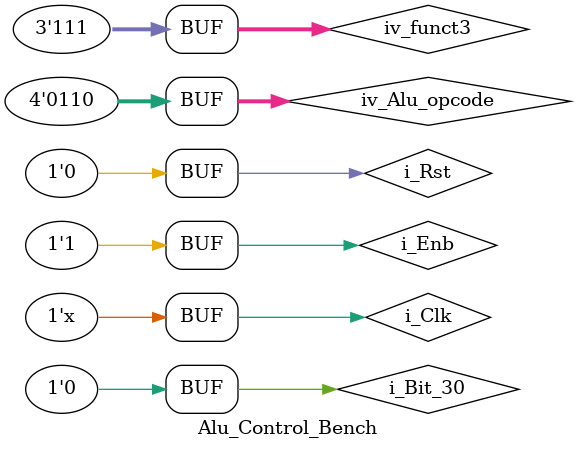
<source format=v>
module Alu_Control_Bench();

	reg i_Clk;
	reg i_Rst;
	reg i_Enb;
	reg[3:0] iv_Alu_opcode;  // Bits 6;5;4 y 2 del Opcode
	reg i_Bit_30;				//Bit 30 de la instruccion
	reg [2:0] iv_funct3;  //Bits 14:12 de las instrucciones
	wire [4:0] ov_AluOp;


Alu_Control Alu_Control(
	.i_Clk(i_Clk),
	.i_Rst(i_Rst),
	.i_Enb(i_Enb),
	.iv_Alu_opcode(iv_Alu_opcode),  // Bits 6(),5(),4 y 2 del Opcode
	.i_Bit_30(i_Bit_30),				//Bit 30 de la instruccion
	.iv_funct3(iv_funct3),  //Bits 14:12 de las instrucciones
	.ov_AluOp (ov_AluOp)

);

initial
begin
	i_Clk = 0;
	i_Rst = 1;
	i_Enb = 1;
	iv_Alu_opcode = 0;
	i_Bit_30 = 0;
	iv_funct3 = 0;
	#100;
	i_Rst = 0;
// --------------------- Tipo I ---------------------------------------
	iv_Alu_opcode = 4'b0000; i_Bit_30 = 1'bx; iv_funct3 = 3'b000;
	#50;
	iv_Alu_opcode = 4'b0000; i_Bit_30 = 1'bx; iv_funct3 = 3'b001;
	#50;
	iv_Alu_opcode = 4'b0000; i_Bit_30 = 1'bx; iv_funct3 = 3'b010;
	#50;
	iv_Alu_opcode = 4'b0000; i_Bit_30 = 1'bx; iv_funct3 = 3'b100;
	#50;
	iv_Alu_opcode = 4'b0000; i_Bit_30 = 1'bx; iv_funct3 = 3'b101;
	#50;
// --------------------- Tipo I ---------------------------------------

// --------------------- Tipo S ---------------------------------------
	iv_Alu_opcode = 4'b0100; i_Bit_30 = 1'bx; iv_funct3 = 3'b000;
	#50;
	iv_Alu_opcode = 4'b0100; i_Bit_30 = 1'bx; iv_funct3 = 3'b001;
	#50;
	iv_Alu_opcode = 4'b0100; i_Bit_30 = 1'bx; iv_funct3 = 3'b010;
	#50;
// --------------------- Tipo S ---------------------------------------

// --------------------- Tipo I ---------------------------------------
	iv_Alu_opcode = 4'b0010; i_Bit_30 = 1'bx; iv_funct3 = 3'b000;
	#50;
	iv_Alu_opcode = 4'b0010; i_Bit_30 = 1'bx; iv_funct3 = 3'b010;
	#50;
	iv_Alu_opcode = 4'b0010; i_Bit_30 = 1'bx; iv_funct3 = 3'b011;
	#50;
	iv_Alu_opcode = 4'b0010; i_Bit_30 = 1'bx; iv_funct3 = 3'b100;
	#50;
	iv_Alu_opcode = 4'b0010; i_Bit_30 = 1'bx; iv_funct3 = 3'b110;
	#50;
	iv_Alu_opcode = 4'b0010; i_Bit_30 = 1'bx; iv_funct3 = 3'b111;
	#50;
	iv_Alu_opcode = 4'b0010; i_Bit_30 = 1'b0; iv_funct3 = 3'b001;
	#50;
	iv_Alu_opcode = 4'b0010; i_Bit_30 = 1'b0; iv_funct3 = 3'b101;
	#50;
	iv_Alu_opcode = 4'b0010; i_Bit_30 = 1'b1; iv_funct3 = 3'b101;
	#50;
// --------------------- Tipo I ---------------------------------------

// --------------------- Tipo R ---------------------------------------
	iv_Alu_opcode = 4'b0110; i_Bit_30 = 1'b0; iv_funct3 = 3'b000;
	#50;
	iv_Alu_opcode = 4'b0110; i_Bit_30 = 1'b1; iv_funct3 = 3'b000;
	#50;
	iv_Alu_opcode = 4'b0110; i_Bit_30 = 1'b0; iv_funct3 = 3'b001;
	#50;
	iv_Alu_opcode = 4'b0110; i_Bit_30 = 1'b0; iv_funct3 = 3'b010;
	#50;
	iv_Alu_opcode = 4'b0110; i_Bit_30 = 1'b0; iv_funct3 = 3'b011;
	#50;
	iv_Alu_opcode = 4'b0110; i_Bit_30 = 1'b0; iv_funct3 = 3'b100;
	#50;
	iv_Alu_opcode = 4'b0110; i_Bit_30 = 1'b0; iv_funct3 = 3'b101;
	#50;
	iv_Alu_opcode = 4'b0110; i_Bit_30 = 1'b1; iv_funct3 = 3'b101;
	#50;
	iv_Alu_opcode = 4'b0110; i_Bit_30 = 1'b0; iv_funct3 = 3'b110;
	#50;
	iv_Alu_opcode = 4'b0110; i_Bit_30 = 1'b0; iv_funct3 = 3'b111;
	#50;
// --------------------- Tipo R ---------------------------------------
end

always
begin
	i_Clk = ~i_Clk;
	#20;
end

endmodule 
</source>
